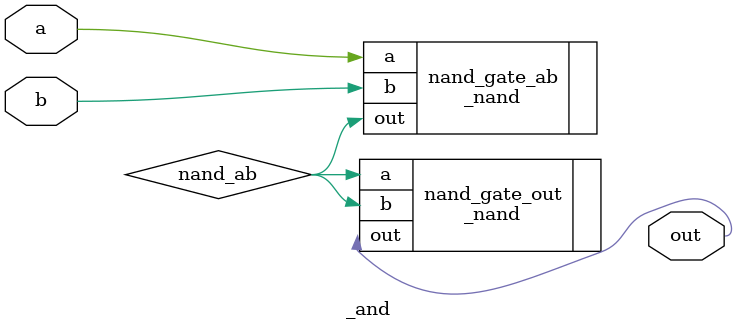
<source format=v>
module _and(
    input wire a,
    input wire b,
    output wire out
);
    wire nand_ab;

    _nand nand_gate_ab(
        .a(a),
        .b(b),
        .out(nand_ab)
    );

    _nand nand_gate_out(
        .a(nand_ab),
        .b(nand_ab),
        .out(out)
    );
endmodule

</source>
